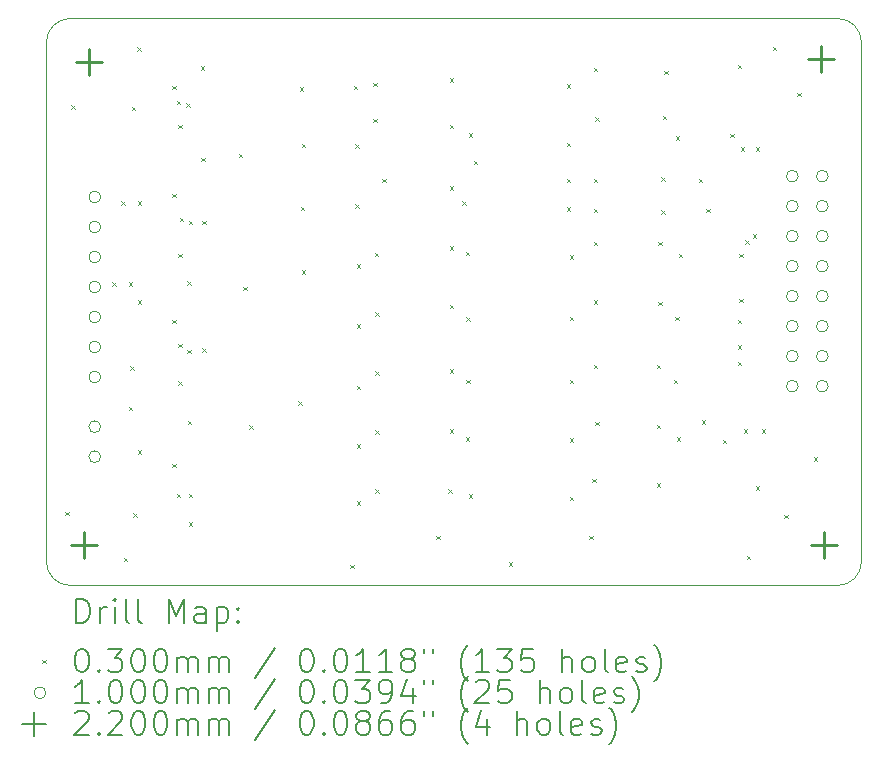
<source format=gbr>
%TF.GenerationSoftware,KiCad,Pcbnew,(6.0.8)*%
%TF.CreationDate,2022-11-25T09:52:49-06:00*%
%TF.ProjectId,photo_switching,70686f74-6f5f-4737-9769-746368696e67,rev?*%
%TF.SameCoordinates,Original*%
%TF.FileFunction,Drillmap*%
%TF.FilePolarity,Positive*%
%FSLAX45Y45*%
G04 Gerber Fmt 4.5, Leading zero omitted, Abs format (unit mm)*
G04 Created by KiCad (PCBNEW (6.0.8)) date 2022-11-25 09:52:49*
%MOMM*%
%LPD*%
G01*
G04 APERTURE LIST*
%ADD10C,0.100000*%
%ADD11C,0.200000*%
%ADD12C,0.030000*%
%ADD13C,0.220000*%
G04 APERTURE END LIST*
D10*
X15382800Y-6423200D02*
G75*
G03*
X15182800Y-6223200I-200000J0D01*
G01*
X15182800Y-6223200D02*
X8682800Y-6223200D01*
X15382800Y-10823200D02*
X15382800Y-6423200D01*
X8482800Y-10823200D02*
G75*
G03*
X8682800Y-11023200I200000J0D01*
G01*
X8682800Y-11023200D02*
X15182800Y-11023200D01*
X8482800Y-6423200D02*
X8482800Y-10823200D01*
X15182800Y-11023200D02*
G75*
G03*
X15382800Y-10823200I0J200000D01*
G01*
X8682800Y-6223200D02*
G75*
G03*
X8482800Y-6423200I0J-200000D01*
G01*
D11*
D12*
X8642800Y-10398200D02*
X8672800Y-10428200D01*
X8672800Y-10398200D02*
X8642800Y-10428200D01*
X8692800Y-6958200D02*
X8722800Y-6988200D01*
X8722800Y-6958200D02*
X8692800Y-6988200D01*
X9040100Y-8455900D02*
X9070100Y-8485900D01*
X9070100Y-8455900D02*
X9040100Y-8485900D01*
X9116300Y-7770100D02*
X9146300Y-7800100D01*
X9146300Y-7770100D02*
X9116300Y-7800100D01*
X9137800Y-10788200D02*
X9167800Y-10818200D01*
X9167800Y-10788200D02*
X9137800Y-10818200D01*
X9179800Y-8455900D02*
X9209800Y-8485900D01*
X9209800Y-8455900D02*
X9179800Y-8485900D01*
X9179800Y-9510000D02*
X9209800Y-9540000D01*
X9209800Y-9510000D02*
X9179800Y-9540000D01*
X9192500Y-9167100D02*
X9222500Y-9197100D01*
X9222500Y-9167100D02*
X9192500Y-9197100D01*
X9204770Y-6969570D02*
X9234770Y-6999570D01*
X9234770Y-6969570D02*
X9204770Y-6999570D01*
X9217900Y-10411700D02*
X9247900Y-10441700D01*
X9247900Y-10411700D02*
X9217900Y-10441700D01*
X9252800Y-6468200D02*
X9282800Y-6498200D01*
X9282800Y-6468200D02*
X9252800Y-6498200D01*
X9256000Y-7770100D02*
X9286000Y-7800100D01*
X9286000Y-7770100D02*
X9256000Y-7800100D01*
X9256000Y-8608300D02*
X9286000Y-8638300D01*
X9286000Y-8608300D02*
X9256000Y-8638300D01*
X9256000Y-9878300D02*
X9286000Y-9908300D01*
X9286000Y-9878300D02*
X9256000Y-9908300D01*
X9548100Y-6792200D02*
X9578100Y-6822200D01*
X9578100Y-6792200D02*
X9548100Y-6822200D01*
X9548100Y-7706600D02*
X9578100Y-7736600D01*
X9578100Y-7706600D02*
X9548100Y-7736600D01*
X9548100Y-8773400D02*
X9578100Y-8803400D01*
X9578100Y-8773400D02*
X9548100Y-8803400D01*
X9548100Y-9992600D02*
X9578100Y-10022600D01*
X9578100Y-9992600D02*
X9548100Y-10022600D01*
X9586200Y-6919200D02*
X9616200Y-6949200D01*
X9616200Y-6919200D02*
X9586200Y-6949200D01*
X9586200Y-10246600D02*
X9616200Y-10276600D01*
X9616200Y-10246600D02*
X9586200Y-10276600D01*
X9598900Y-7122400D02*
X9628900Y-7152400D01*
X9628900Y-7122400D02*
X9598900Y-7152400D01*
X9598900Y-8214600D02*
X9628900Y-8244600D01*
X9628900Y-8214600D02*
X9598900Y-8244600D01*
X9598900Y-8976600D02*
X9628900Y-9006600D01*
X9628900Y-8976600D02*
X9598900Y-9006600D01*
X9598900Y-9294100D02*
X9628900Y-9324100D01*
X9628900Y-9294100D02*
X9598900Y-9324100D01*
X9611600Y-7909800D02*
X9641600Y-7939800D01*
X9641600Y-7909800D02*
X9611600Y-7939800D01*
X9667800Y-6940470D02*
X9697800Y-6970470D01*
X9697800Y-6940470D02*
X9667800Y-6970470D01*
X9672800Y-8448200D02*
X9702800Y-8478200D01*
X9702800Y-8448200D02*
X9672800Y-8478200D01*
X9675100Y-9027400D02*
X9705100Y-9057400D01*
X9705100Y-9027400D02*
X9675100Y-9057400D01*
X9677800Y-9628200D02*
X9707800Y-9658200D01*
X9707800Y-9628200D02*
X9677800Y-9658200D01*
X9687800Y-7935200D02*
X9717800Y-7965200D01*
X9717800Y-7935200D02*
X9687800Y-7965200D01*
X9687800Y-10246600D02*
X9717800Y-10276600D01*
X9717800Y-10246600D02*
X9687800Y-10276600D01*
X9687800Y-10487900D02*
X9717800Y-10517900D01*
X9717800Y-10487900D02*
X9687800Y-10517900D01*
X9789400Y-6627100D02*
X9819400Y-6657100D01*
X9819400Y-6627100D02*
X9789400Y-6657100D01*
X9792800Y-7403200D02*
X9822800Y-7433200D01*
X9822800Y-7403200D02*
X9792800Y-7433200D01*
X9802100Y-7935200D02*
X9832100Y-7965200D01*
X9832100Y-7935200D02*
X9802100Y-7965200D01*
X9802100Y-9014700D02*
X9832100Y-9044700D01*
X9832100Y-9014700D02*
X9802100Y-9044700D01*
X10112800Y-7368200D02*
X10142800Y-7398200D01*
X10142800Y-7368200D02*
X10112800Y-7398200D01*
X10147800Y-8493200D02*
X10177800Y-8523200D01*
X10177800Y-8493200D02*
X10147800Y-8523200D01*
X10197800Y-9668200D02*
X10227800Y-9698200D01*
X10227800Y-9668200D02*
X10197800Y-9698200D01*
X10612800Y-9463200D02*
X10642800Y-9493200D01*
X10642800Y-9463200D02*
X10612800Y-9493200D01*
X10627800Y-6803200D02*
X10657800Y-6833200D01*
X10657800Y-6803200D02*
X10627800Y-6833200D01*
X10637800Y-7818200D02*
X10667800Y-7848200D01*
X10667800Y-7818200D02*
X10637800Y-7848200D01*
X10642800Y-7283200D02*
X10672800Y-7313200D01*
X10672800Y-7283200D02*
X10642800Y-7313200D01*
X10642800Y-8353200D02*
X10672800Y-8383200D01*
X10672800Y-8353200D02*
X10642800Y-8383200D01*
X11052800Y-10848200D02*
X11082800Y-10878200D01*
X11082800Y-10848200D02*
X11052800Y-10878200D01*
X11084800Y-6792200D02*
X11114800Y-6822200D01*
X11114800Y-6792200D02*
X11084800Y-6822200D01*
X11097500Y-7287500D02*
X11127500Y-7317500D01*
X11127500Y-7287500D02*
X11097500Y-7317500D01*
X11097500Y-7795500D02*
X11127500Y-7825500D01*
X11127500Y-7795500D02*
X11097500Y-7825500D01*
X11110200Y-8303500D02*
X11140200Y-8333500D01*
X11140200Y-8303500D02*
X11110200Y-8333500D01*
X11110200Y-8811500D02*
X11140200Y-8841500D01*
X11140200Y-8811500D02*
X11110200Y-8841500D01*
X11110200Y-9332200D02*
X11140200Y-9362200D01*
X11140200Y-9332200D02*
X11110200Y-9362200D01*
X11110200Y-9827500D02*
X11140200Y-9857500D01*
X11140200Y-9827500D02*
X11110200Y-9857500D01*
X11110200Y-10310100D02*
X11140200Y-10340100D01*
X11140200Y-10310100D02*
X11110200Y-10340100D01*
X11249900Y-6766800D02*
X11279900Y-6796800D01*
X11279900Y-6766800D02*
X11249900Y-6796800D01*
X11249900Y-7071600D02*
X11279900Y-7101600D01*
X11279900Y-7071600D02*
X11249900Y-7101600D01*
X11262600Y-8208200D02*
X11292600Y-8238200D01*
X11292600Y-8208200D02*
X11262600Y-8238200D01*
X11267800Y-8708200D02*
X11297800Y-8738200D01*
X11297800Y-8708200D02*
X11267800Y-8738200D01*
X11267800Y-9208200D02*
X11297800Y-9238200D01*
X11297800Y-9208200D02*
X11267800Y-9238200D01*
X11267800Y-9708200D02*
X11297800Y-9738200D01*
X11297800Y-9708200D02*
X11267800Y-9738200D01*
X11267800Y-10208200D02*
X11297800Y-10238200D01*
X11297800Y-10208200D02*
X11267800Y-10238200D01*
X11326100Y-7579600D02*
X11356100Y-7609600D01*
X11356100Y-7579600D02*
X11326100Y-7609600D01*
X11783300Y-10602200D02*
X11813300Y-10632200D01*
X11813300Y-10602200D02*
X11783300Y-10632200D01*
X11884900Y-10208200D02*
X11914900Y-10238200D01*
X11914900Y-10208200D02*
X11884900Y-10238200D01*
X11897600Y-6728700D02*
X11927600Y-6758700D01*
X11927600Y-6728700D02*
X11897600Y-6758700D01*
X11897600Y-7122400D02*
X11927600Y-7152400D01*
X11927600Y-7122400D02*
X11897600Y-7152400D01*
X11897600Y-7643100D02*
X11927600Y-7673100D01*
X11927600Y-7643100D02*
X11897600Y-7673100D01*
X11897600Y-8151100D02*
X11927600Y-8181100D01*
X11927600Y-8151100D02*
X11897600Y-8181100D01*
X11897600Y-8646400D02*
X11927600Y-8676400D01*
X11927600Y-8646400D02*
X11897600Y-8676400D01*
X11897600Y-9192500D02*
X11927600Y-9222500D01*
X11927600Y-9192500D02*
X11897600Y-9222500D01*
X11897600Y-9700500D02*
X11927600Y-9730500D01*
X11927600Y-9700500D02*
X11897600Y-9730500D01*
X12002800Y-7768200D02*
X12032800Y-7798200D01*
X12032800Y-7768200D02*
X12002800Y-7798200D01*
X12032800Y-8198200D02*
X12062800Y-8228200D01*
X12062800Y-8198200D02*
X12032800Y-8228200D01*
X12032800Y-9768200D02*
X12062800Y-9798200D01*
X12062800Y-9768200D02*
X12032800Y-9798200D01*
X12037800Y-8753200D02*
X12067800Y-8783200D01*
X12067800Y-8753200D02*
X12037800Y-8783200D01*
X12037800Y-9283200D02*
X12067800Y-9313200D01*
X12067800Y-9283200D02*
X12037800Y-9313200D01*
X12057800Y-7193200D02*
X12087800Y-7223200D01*
X12087800Y-7193200D02*
X12057800Y-7223200D01*
X12057800Y-10253200D02*
X12087800Y-10283200D01*
X12087800Y-10253200D02*
X12057800Y-10283200D01*
X12100800Y-7427200D02*
X12130800Y-7457200D01*
X12130800Y-7427200D02*
X12100800Y-7457200D01*
X12397800Y-10828200D02*
X12427800Y-10858200D01*
X12427800Y-10828200D02*
X12397800Y-10858200D01*
X12888200Y-6779500D02*
X12918200Y-6809500D01*
X12918200Y-6779500D02*
X12888200Y-6809500D01*
X12888200Y-7274800D02*
X12918200Y-7304800D01*
X12918200Y-7274800D02*
X12888200Y-7304800D01*
X12888200Y-7579600D02*
X12918200Y-7609600D01*
X12918200Y-7579600D02*
X12888200Y-7609600D01*
X12888200Y-7820900D02*
X12918200Y-7850900D01*
X12918200Y-7820900D02*
X12888200Y-7850900D01*
X12913600Y-8227300D02*
X12943600Y-8257300D01*
X12943600Y-8227300D02*
X12913600Y-8257300D01*
X12913600Y-8748000D02*
X12943600Y-8778000D01*
X12943600Y-8748000D02*
X12913600Y-8778000D01*
X12913600Y-9281400D02*
X12943600Y-9311400D01*
X12943600Y-9281400D02*
X12913600Y-9311400D01*
X12913600Y-9776700D02*
X12943600Y-9806700D01*
X12943600Y-9776700D02*
X12913600Y-9806700D01*
X12913600Y-10272000D02*
X12943600Y-10302000D01*
X12943600Y-10272000D02*
X12913600Y-10302000D01*
X13078700Y-10602200D02*
X13108700Y-10632200D01*
X13108700Y-10602200D02*
X13078700Y-10632200D01*
X13104100Y-10119600D02*
X13134100Y-10149600D01*
X13134100Y-10119600D02*
X13104100Y-10149600D01*
X13116800Y-6639800D02*
X13146800Y-6669800D01*
X13146800Y-6639800D02*
X13116800Y-6669800D01*
X13116800Y-7579600D02*
X13146800Y-7609600D01*
X13146800Y-7579600D02*
X13116800Y-7609600D01*
X13116800Y-7833600D02*
X13146800Y-7863600D01*
X13146800Y-7833600D02*
X13116800Y-7863600D01*
X13116800Y-8113000D02*
X13146800Y-8143000D01*
X13146800Y-8113000D02*
X13116800Y-8143000D01*
X13116800Y-8608300D02*
X13146800Y-8638300D01*
X13146800Y-8608300D02*
X13116800Y-8638300D01*
X13116800Y-9154400D02*
X13146800Y-9184400D01*
X13146800Y-9154400D02*
X13116800Y-9184400D01*
X13129500Y-7058900D02*
X13159500Y-7088900D01*
X13159500Y-7058900D02*
X13129500Y-7088900D01*
X13129500Y-9637000D02*
X13159500Y-9667000D01*
X13159500Y-9637000D02*
X13129500Y-9667000D01*
X13650200Y-9154400D02*
X13680200Y-9184400D01*
X13680200Y-9154400D02*
X13650200Y-9184400D01*
X13650200Y-9662400D02*
X13680200Y-9692400D01*
X13680200Y-9662400D02*
X13650200Y-9692400D01*
X13650200Y-10157700D02*
X13680200Y-10187700D01*
X13680200Y-10157700D02*
X13650200Y-10187700D01*
X13662900Y-8113000D02*
X13692900Y-8143000D01*
X13692900Y-8113000D02*
X13662900Y-8143000D01*
X13662900Y-8621000D02*
X13692900Y-8651000D01*
X13692900Y-8621000D02*
X13662900Y-8651000D01*
X13688300Y-7566900D02*
X13718300Y-7596900D01*
X13718300Y-7566900D02*
X13688300Y-7596900D01*
X13688300Y-7846300D02*
X13718300Y-7876300D01*
X13718300Y-7846300D02*
X13688300Y-7876300D01*
X13701000Y-7046200D02*
X13731000Y-7076200D01*
X13731000Y-7046200D02*
X13701000Y-7076200D01*
X13713700Y-6665200D02*
X13743700Y-6695200D01*
X13743700Y-6665200D02*
X13713700Y-6695200D01*
X13792800Y-9283200D02*
X13822800Y-9313200D01*
X13822800Y-9283200D02*
X13792800Y-9313200D01*
X13807800Y-8748200D02*
X13837800Y-8778200D01*
X13837800Y-8748200D02*
X13807800Y-8778200D01*
X13812800Y-7218200D02*
X13842800Y-7248200D01*
X13842800Y-7218200D02*
X13812800Y-7248200D01*
X13817800Y-9768200D02*
X13847800Y-9798200D01*
X13847800Y-9768200D02*
X13817800Y-9798200D01*
X13837800Y-8213200D02*
X13867800Y-8243200D01*
X13867800Y-8213200D02*
X13837800Y-8243200D01*
X14005800Y-7579600D02*
X14035800Y-7609600D01*
X14035800Y-7579600D02*
X14005800Y-7609600D01*
X14031200Y-9624300D02*
X14061200Y-9654300D01*
X14061200Y-9624300D02*
X14031200Y-9654300D01*
X14069300Y-7833600D02*
X14099300Y-7863600D01*
X14099300Y-7833600D02*
X14069300Y-7863600D01*
X14209000Y-9789400D02*
X14239000Y-9819400D01*
X14239000Y-9789400D02*
X14209000Y-9819400D01*
X14272500Y-7198600D02*
X14302500Y-7228600D01*
X14302500Y-7198600D02*
X14272500Y-7228600D01*
X14336000Y-6614400D02*
X14366000Y-6644400D01*
X14366000Y-6614400D02*
X14336000Y-6644400D01*
X14336000Y-8773400D02*
X14366000Y-8803400D01*
X14366000Y-8773400D02*
X14336000Y-8803400D01*
X14336000Y-8989300D02*
X14366000Y-9019300D01*
X14366000Y-8989300D02*
X14336000Y-9019300D01*
X14336000Y-9129000D02*
X14366000Y-9159000D01*
X14366000Y-9129000D02*
X14336000Y-9159000D01*
X14348700Y-8214600D02*
X14378700Y-8244600D01*
X14378700Y-8214600D02*
X14348700Y-8244600D01*
X14348700Y-8595600D02*
X14378700Y-8625600D01*
X14378700Y-8595600D02*
X14348700Y-8625600D01*
X14361400Y-7312900D02*
X14391400Y-7342900D01*
X14391400Y-7312900D02*
X14361400Y-7342900D01*
X14386800Y-9700500D02*
X14416800Y-9730500D01*
X14416800Y-9700500D02*
X14386800Y-9730500D01*
X14399500Y-8100300D02*
X14429500Y-8130300D01*
X14429500Y-8100300D02*
X14399500Y-8130300D01*
X14412800Y-10773200D02*
X14442800Y-10803200D01*
X14442800Y-10773200D02*
X14412800Y-10803200D01*
X14463000Y-8049500D02*
X14493000Y-8079500D01*
X14493000Y-8049500D02*
X14463000Y-8079500D01*
X14488400Y-7312900D02*
X14518400Y-7342900D01*
X14518400Y-7312900D02*
X14488400Y-7342900D01*
X14488400Y-10183100D02*
X14518400Y-10213100D01*
X14518400Y-10183100D02*
X14488400Y-10213100D01*
X14539200Y-9700500D02*
X14569200Y-9730500D01*
X14569200Y-9700500D02*
X14539200Y-9730500D01*
X14632800Y-6463200D02*
X14662800Y-6493200D01*
X14662800Y-6463200D02*
X14632800Y-6493200D01*
X14729700Y-10424400D02*
X14759700Y-10454400D01*
X14759700Y-10424400D02*
X14729700Y-10454400D01*
X14837800Y-6853200D02*
X14867800Y-6883200D01*
X14867800Y-6853200D02*
X14837800Y-6883200D01*
X14977800Y-9938200D02*
X15007800Y-9968200D01*
X15007800Y-9938200D02*
X14977800Y-9968200D01*
D10*
X8942500Y-7734300D02*
G75*
G03*
X8942500Y-7734300I-50000J0D01*
G01*
X8942500Y-7988300D02*
G75*
G03*
X8942500Y-7988300I-50000J0D01*
G01*
X8942500Y-8242300D02*
G75*
G03*
X8942500Y-8242300I-50000J0D01*
G01*
X8942500Y-8496300D02*
G75*
G03*
X8942500Y-8496300I-50000J0D01*
G01*
X8942500Y-8750300D02*
G75*
G03*
X8942500Y-8750300I-50000J0D01*
G01*
X8942500Y-9004300D02*
G75*
G03*
X8942500Y-9004300I-50000J0D01*
G01*
X8942500Y-9258300D02*
G75*
G03*
X8942500Y-9258300I-50000J0D01*
G01*
X8942500Y-9679400D02*
G75*
G03*
X8942500Y-9679400I-50000J0D01*
G01*
X8942500Y-9933400D02*
G75*
G03*
X8942500Y-9933400I-50000J0D01*
G01*
X14847500Y-7558000D02*
G75*
G03*
X14847500Y-7558000I-50000J0D01*
G01*
X14847500Y-7812000D02*
G75*
G03*
X14847500Y-7812000I-50000J0D01*
G01*
X14847500Y-8066000D02*
G75*
G03*
X14847500Y-8066000I-50000J0D01*
G01*
X14847500Y-8320000D02*
G75*
G03*
X14847500Y-8320000I-50000J0D01*
G01*
X14847500Y-8574000D02*
G75*
G03*
X14847500Y-8574000I-50000J0D01*
G01*
X14847500Y-8828000D02*
G75*
G03*
X14847500Y-8828000I-50000J0D01*
G01*
X14847500Y-9082000D02*
G75*
G03*
X14847500Y-9082000I-50000J0D01*
G01*
X14847500Y-9336000D02*
G75*
G03*
X14847500Y-9336000I-50000J0D01*
G01*
X15101500Y-7558000D02*
G75*
G03*
X15101500Y-7558000I-50000J0D01*
G01*
X15101500Y-7812000D02*
G75*
G03*
X15101500Y-7812000I-50000J0D01*
G01*
X15101500Y-8066000D02*
G75*
G03*
X15101500Y-8066000I-50000J0D01*
G01*
X15101500Y-8320000D02*
G75*
G03*
X15101500Y-8320000I-50000J0D01*
G01*
X15101500Y-8574000D02*
G75*
G03*
X15101500Y-8574000I-50000J0D01*
G01*
X15101500Y-8828000D02*
G75*
G03*
X15101500Y-8828000I-50000J0D01*
G01*
X15101500Y-9082000D02*
G75*
G03*
X15101500Y-9082000I-50000J0D01*
G01*
X15101500Y-9336000D02*
G75*
G03*
X15101500Y-9336000I-50000J0D01*
G01*
D13*
X8801100Y-10570700D02*
X8801100Y-10790700D01*
X8691100Y-10680700D02*
X8911100Y-10680700D01*
X8839200Y-6481300D02*
X8839200Y-6701300D01*
X8729200Y-6591300D02*
X8949200Y-6591300D01*
X15036800Y-6455900D02*
X15036800Y-6675900D01*
X14926800Y-6565900D02*
X15146800Y-6565900D01*
X15062200Y-10570700D02*
X15062200Y-10790700D01*
X14952200Y-10680700D02*
X15172200Y-10680700D01*
D11*
X8735419Y-11338676D02*
X8735419Y-11138676D01*
X8783038Y-11138676D01*
X8811610Y-11148200D01*
X8830657Y-11167248D01*
X8840181Y-11186295D01*
X8849705Y-11224390D01*
X8849705Y-11252962D01*
X8840181Y-11291057D01*
X8830657Y-11310105D01*
X8811610Y-11329152D01*
X8783038Y-11338676D01*
X8735419Y-11338676D01*
X8935419Y-11338676D02*
X8935419Y-11205343D01*
X8935419Y-11243438D02*
X8944943Y-11224390D01*
X8954467Y-11214867D01*
X8973514Y-11205343D01*
X8992562Y-11205343D01*
X9059229Y-11338676D02*
X9059229Y-11205343D01*
X9059229Y-11138676D02*
X9049705Y-11148200D01*
X9059229Y-11157724D01*
X9068752Y-11148200D01*
X9059229Y-11138676D01*
X9059229Y-11157724D01*
X9183038Y-11338676D02*
X9163990Y-11329152D01*
X9154467Y-11310105D01*
X9154467Y-11138676D01*
X9287800Y-11338676D02*
X9268752Y-11329152D01*
X9259229Y-11310105D01*
X9259229Y-11138676D01*
X9516371Y-11338676D02*
X9516371Y-11138676D01*
X9583038Y-11281533D01*
X9649705Y-11138676D01*
X9649705Y-11338676D01*
X9830657Y-11338676D02*
X9830657Y-11233914D01*
X9821133Y-11214867D01*
X9802086Y-11205343D01*
X9763990Y-11205343D01*
X9744943Y-11214867D01*
X9830657Y-11329152D02*
X9811610Y-11338676D01*
X9763990Y-11338676D01*
X9744943Y-11329152D01*
X9735419Y-11310105D01*
X9735419Y-11291057D01*
X9744943Y-11272009D01*
X9763990Y-11262486D01*
X9811610Y-11262486D01*
X9830657Y-11252962D01*
X9925895Y-11205343D02*
X9925895Y-11405343D01*
X9925895Y-11214867D02*
X9944943Y-11205343D01*
X9983038Y-11205343D01*
X10002086Y-11214867D01*
X10011610Y-11224390D01*
X10021133Y-11243438D01*
X10021133Y-11300581D01*
X10011610Y-11319628D01*
X10002086Y-11329152D01*
X9983038Y-11338676D01*
X9944943Y-11338676D01*
X9925895Y-11329152D01*
X10106848Y-11319628D02*
X10116371Y-11329152D01*
X10106848Y-11338676D01*
X10097324Y-11329152D01*
X10106848Y-11319628D01*
X10106848Y-11338676D01*
X10106848Y-11214867D02*
X10116371Y-11224390D01*
X10106848Y-11233914D01*
X10097324Y-11224390D01*
X10106848Y-11214867D01*
X10106848Y-11233914D01*
D12*
X8447800Y-11653200D02*
X8477800Y-11683200D01*
X8477800Y-11653200D02*
X8447800Y-11683200D01*
D11*
X8773514Y-11558676D02*
X8792562Y-11558676D01*
X8811610Y-11568200D01*
X8821133Y-11577724D01*
X8830657Y-11596771D01*
X8840181Y-11634867D01*
X8840181Y-11682486D01*
X8830657Y-11720581D01*
X8821133Y-11739628D01*
X8811610Y-11749152D01*
X8792562Y-11758676D01*
X8773514Y-11758676D01*
X8754467Y-11749152D01*
X8744943Y-11739628D01*
X8735419Y-11720581D01*
X8725895Y-11682486D01*
X8725895Y-11634867D01*
X8735419Y-11596771D01*
X8744943Y-11577724D01*
X8754467Y-11568200D01*
X8773514Y-11558676D01*
X8925895Y-11739628D02*
X8935419Y-11749152D01*
X8925895Y-11758676D01*
X8916371Y-11749152D01*
X8925895Y-11739628D01*
X8925895Y-11758676D01*
X9002086Y-11558676D02*
X9125895Y-11558676D01*
X9059229Y-11634867D01*
X9087800Y-11634867D01*
X9106848Y-11644390D01*
X9116371Y-11653914D01*
X9125895Y-11672962D01*
X9125895Y-11720581D01*
X9116371Y-11739628D01*
X9106848Y-11749152D01*
X9087800Y-11758676D01*
X9030657Y-11758676D01*
X9011610Y-11749152D01*
X9002086Y-11739628D01*
X9249705Y-11558676D02*
X9268752Y-11558676D01*
X9287800Y-11568200D01*
X9297324Y-11577724D01*
X9306848Y-11596771D01*
X9316371Y-11634867D01*
X9316371Y-11682486D01*
X9306848Y-11720581D01*
X9297324Y-11739628D01*
X9287800Y-11749152D01*
X9268752Y-11758676D01*
X9249705Y-11758676D01*
X9230657Y-11749152D01*
X9221133Y-11739628D01*
X9211610Y-11720581D01*
X9202086Y-11682486D01*
X9202086Y-11634867D01*
X9211610Y-11596771D01*
X9221133Y-11577724D01*
X9230657Y-11568200D01*
X9249705Y-11558676D01*
X9440181Y-11558676D02*
X9459229Y-11558676D01*
X9478276Y-11568200D01*
X9487800Y-11577724D01*
X9497324Y-11596771D01*
X9506848Y-11634867D01*
X9506848Y-11682486D01*
X9497324Y-11720581D01*
X9487800Y-11739628D01*
X9478276Y-11749152D01*
X9459229Y-11758676D01*
X9440181Y-11758676D01*
X9421133Y-11749152D01*
X9411610Y-11739628D01*
X9402086Y-11720581D01*
X9392562Y-11682486D01*
X9392562Y-11634867D01*
X9402086Y-11596771D01*
X9411610Y-11577724D01*
X9421133Y-11568200D01*
X9440181Y-11558676D01*
X9592562Y-11758676D02*
X9592562Y-11625343D01*
X9592562Y-11644390D02*
X9602086Y-11634867D01*
X9621133Y-11625343D01*
X9649705Y-11625343D01*
X9668752Y-11634867D01*
X9678276Y-11653914D01*
X9678276Y-11758676D01*
X9678276Y-11653914D02*
X9687800Y-11634867D01*
X9706848Y-11625343D01*
X9735419Y-11625343D01*
X9754467Y-11634867D01*
X9763990Y-11653914D01*
X9763990Y-11758676D01*
X9859229Y-11758676D02*
X9859229Y-11625343D01*
X9859229Y-11644390D02*
X9868752Y-11634867D01*
X9887800Y-11625343D01*
X9916371Y-11625343D01*
X9935419Y-11634867D01*
X9944943Y-11653914D01*
X9944943Y-11758676D01*
X9944943Y-11653914D02*
X9954467Y-11634867D01*
X9973514Y-11625343D01*
X10002086Y-11625343D01*
X10021133Y-11634867D01*
X10030657Y-11653914D01*
X10030657Y-11758676D01*
X10421133Y-11549152D02*
X10249705Y-11806295D01*
X10678276Y-11558676D02*
X10697324Y-11558676D01*
X10716371Y-11568200D01*
X10725895Y-11577724D01*
X10735419Y-11596771D01*
X10744943Y-11634867D01*
X10744943Y-11682486D01*
X10735419Y-11720581D01*
X10725895Y-11739628D01*
X10716371Y-11749152D01*
X10697324Y-11758676D01*
X10678276Y-11758676D01*
X10659229Y-11749152D01*
X10649705Y-11739628D01*
X10640181Y-11720581D01*
X10630657Y-11682486D01*
X10630657Y-11634867D01*
X10640181Y-11596771D01*
X10649705Y-11577724D01*
X10659229Y-11568200D01*
X10678276Y-11558676D01*
X10830657Y-11739628D02*
X10840181Y-11749152D01*
X10830657Y-11758676D01*
X10821133Y-11749152D01*
X10830657Y-11739628D01*
X10830657Y-11758676D01*
X10963990Y-11558676D02*
X10983038Y-11558676D01*
X11002086Y-11568200D01*
X11011610Y-11577724D01*
X11021133Y-11596771D01*
X11030657Y-11634867D01*
X11030657Y-11682486D01*
X11021133Y-11720581D01*
X11011610Y-11739628D01*
X11002086Y-11749152D01*
X10983038Y-11758676D01*
X10963990Y-11758676D01*
X10944943Y-11749152D01*
X10935419Y-11739628D01*
X10925895Y-11720581D01*
X10916371Y-11682486D01*
X10916371Y-11634867D01*
X10925895Y-11596771D01*
X10935419Y-11577724D01*
X10944943Y-11568200D01*
X10963990Y-11558676D01*
X11221133Y-11758676D02*
X11106848Y-11758676D01*
X11163990Y-11758676D02*
X11163990Y-11558676D01*
X11144943Y-11587248D01*
X11125895Y-11606295D01*
X11106848Y-11615819D01*
X11411609Y-11758676D02*
X11297324Y-11758676D01*
X11354467Y-11758676D02*
X11354467Y-11558676D01*
X11335419Y-11587248D01*
X11316371Y-11606295D01*
X11297324Y-11615819D01*
X11525895Y-11644390D02*
X11506848Y-11634867D01*
X11497324Y-11625343D01*
X11487800Y-11606295D01*
X11487800Y-11596771D01*
X11497324Y-11577724D01*
X11506848Y-11568200D01*
X11525895Y-11558676D01*
X11563990Y-11558676D01*
X11583038Y-11568200D01*
X11592562Y-11577724D01*
X11602086Y-11596771D01*
X11602086Y-11606295D01*
X11592562Y-11625343D01*
X11583038Y-11634867D01*
X11563990Y-11644390D01*
X11525895Y-11644390D01*
X11506848Y-11653914D01*
X11497324Y-11663438D01*
X11487800Y-11682486D01*
X11487800Y-11720581D01*
X11497324Y-11739628D01*
X11506848Y-11749152D01*
X11525895Y-11758676D01*
X11563990Y-11758676D01*
X11583038Y-11749152D01*
X11592562Y-11739628D01*
X11602086Y-11720581D01*
X11602086Y-11682486D01*
X11592562Y-11663438D01*
X11583038Y-11653914D01*
X11563990Y-11644390D01*
X11678276Y-11558676D02*
X11678276Y-11596771D01*
X11754467Y-11558676D02*
X11754467Y-11596771D01*
X12049705Y-11834867D02*
X12040181Y-11825343D01*
X12021133Y-11796771D01*
X12011609Y-11777724D01*
X12002086Y-11749152D01*
X11992562Y-11701533D01*
X11992562Y-11663438D01*
X12002086Y-11615819D01*
X12011609Y-11587248D01*
X12021133Y-11568200D01*
X12040181Y-11539628D01*
X12049705Y-11530105D01*
X12230657Y-11758676D02*
X12116371Y-11758676D01*
X12173514Y-11758676D02*
X12173514Y-11558676D01*
X12154467Y-11587248D01*
X12135419Y-11606295D01*
X12116371Y-11615819D01*
X12297324Y-11558676D02*
X12421133Y-11558676D01*
X12354467Y-11634867D01*
X12383038Y-11634867D01*
X12402086Y-11644390D01*
X12411609Y-11653914D01*
X12421133Y-11672962D01*
X12421133Y-11720581D01*
X12411609Y-11739628D01*
X12402086Y-11749152D01*
X12383038Y-11758676D01*
X12325895Y-11758676D01*
X12306848Y-11749152D01*
X12297324Y-11739628D01*
X12602086Y-11558676D02*
X12506848Y-11558676D01*
X12497324Y-11653914D01*
X12506848Y-11644390D01*
X12525895Y-11634867D01*
X12573514Y-11634867D01*
X12592562Y-11644390D01*
X12602086Y-11653914D01*
X12611609Y-11672962D01*
X12611609Y-11720581D01*
X12602086Y-11739628D01*
X12592562Y-11749152D01*
X12573514Y-11758676D01*
X12525895Y-11758676D01*
X12506848Y-11749152D01*
X12497324Y-11739628D01*
X12849705Y-11758676D02*
X12849705Y-11558676D01*
X12935419Y-11758676D02*
X12935419Y-11653914D01*
X12925895Y-11634867D01*
X12906848Y-11625343D01*
X12878276Y-11625343D01*
X12859228Y-11634867D01*
X12849705Y-11644390D01*
X13059228Y-11758676D02*
X13040181Y-11749152D01*
X13030657Y-11739628D01*
X13021133Y-11720581D01*
X13021133Y-11663438D01*
X13030657Y-11644390D01*
X13040181Y-11634867D01*
X13059228Y-11625343D01*
X13087800Y-11625343D01*
X13106848Y-11634867D01*
X13116371Y-11644390D01*
X13125895Y-11663438D01*
X13125895Y-11720581D01*
X13116371Y-11739628D01*
X13106848Y-11749152D01*
X13087800Y-11758676D01*
X13059228Y-11758676D01*
X13240181Y-11758676D02*
X13221133Y-11749152D01*
X13211609Y-11730105D01*
X13211609Y-11558676D01*
X13392562Y-11749152D02*
X13373514Y-11758676D01*
X13335419Y-11758676D01*
X13316371Y-11749152D01*
X13306848Y-11730105D01*
X13306848Y-11653914D01*
X13316371Y-11634867D01*
X13335419Y-11625343D01*
X13373514Y-11625343D01*
X13392562Y-11634867D01*
X13402086Y-11653914D01*
X13402086Y-11672962D01*
X13306848Y-11692009D01*
X13478276Y-11749152D02*
X13497324Y-11758676D01*
X13535419Y-11758676D01*
X13554467Y-11749152D01*
X13563990Y-11730105D01*
X13563990Y-11720581D01*
X13554467Y-11701533D01*
X13535419Y-11692009D01*
X13506848Y-11692009D01*
X13487800Y-11682486D01*
X13478276Y-11663438D01*
X13478276Y-11653914D01*
X13487800Y-11634867D01*
X13506848Y-11625343D01*
X13535419Y-11625343D01*
X13554467Y-11634867D01*
X13630657Y-11834867D02*
X13640181Y-11825343D01*
X13659228Y-11796771D01*
X13668752Y-11777724D01*
X13678276Y-11749152D01*
X13687800Y-11701533D01*
X13687800Y-11663438D01*
X13678276Y-11615819D01*
X13668752Y-11587248D01*
X13659228Y-11568200D01*
X13640181Y-11539628D01*
X13630657Y-11530105D01*
D10*
X8477800Y-11932200D02*
G75*
G03*
X8477800Y-11932200I-50000J0D01*
G01*
D11*
X8840181Y-12022676D02*
X8725895Y-12022676D01*
X8783038Y-12022676D02*
X8783038Y-11822676D01*
X8763990Y-11851248D01*
X8744943Y-11870295D01*
X8725895Y-11879819D01*
X8925895Y-12003628D02*
X8935419Y-12013152D01*
X8925895Y-12022676D01*
X8916371Y-12013152D01*
X8925895Y-12003628D01*
X8925895Y-12022676D01*
X9059229Y-11822676D02*
X9078276Y-11822676D01*
X9097324Y-11832200D01*
X9106848Y-11841724D01*
X9116371Y-11860771D01*
X9125895Y-11898867D01*
X9125895Y-11946486D01*
X9116371Y-11984581D01*
X9106848Y-12003628D01*
X9097324Y-12013152D01*
X9078276Y-12022676D01*
X9059229Y-12022676D01*
X9040181Y-12013152D01*
X9030657Y-12003628D01*
X9021133Y-11984581D01*
X9011610Y-11946486D01*
X9011610Y-11898867D01*
X9021133Y-11860771D01*
X9030657Y-11841724D01*
X9040181Y-11832200D01*
X9059229Y-11822676D01*
X9249705Y-11822676D02*
X9268752Y-11822676D01*
X9287800Y-11832200D01*
X9297324Y-11841724D01*
X9306848Y-11860771D01*
X9316371Y-11898867D01*
X9316371Y-11946486D01*
X9306848Y-11984581D01*
X9297324Y-12003628D01*
X9287800Y-12013152D01*
X9268752Y-12022676D01*
X9249705Y-12022676D01*
X9230657Y-12013152D01*
X9221133Y-12003628D01*
X9211610Y-11984581D01*
X9202086Y-11946486D01*
X9202086Y-11898867D01*
X9211610Y-11860771D01*
X9221133Y-11841724D01*
X9230657Y-11832200D01*
X9249705Y-11822676D01*
X9440181Y-11822676D02*
X9459229Y-11822676D01*
X9478276Y-11832200D01*
X9487800Y-11841724D01*
X9497324Y-11860771D01*
X9506848Y-11898867D01*
X9506848Y-11946486D01*
X9497324Y-11984581D01*
X9487800Y-12003628D01*
X9478276Y-12013152D01*
X9459229Y-12022676D01*
X9440181Y-12022676D01*
X9421133Y-12013152D01*
X9411610Y-12003628D01*
X9402086Y-11984581D01*
X9392562Y-11946486D01*
X9392562Y-11898867D01*
X9402086Y-11860771D01*
X9411610Y-11841724D01*
X9421133Y-11832200D01*
X9440181Y-11822676D01*
X9592562Y-12022676D02*
X9592562Y-11889343D01*
X9592562Y-11908390D02*
X9602086Y-11898867D01*
X9621133Y-11889343D01*
X9649705Y-11889343D01*
X9668752Y-11898867D01*
X9678276Y-11917914D01*
X9678276Y-12022676D01*
X9678276Y-11917914D02*
X9687800Y-11898867D01*
X9706848Y-11889343D01*
X9735419Y-11889343D01*
X9754467Y-11898867D01*
X9763990Y-11917914D01*
X9763990Y-12022676D01*
X9859229Y-12022676D02*
X9859229Y-11889343D01*
X9859229Y-11908390D02*
X9868752Y-11898867D01*
X9887800Y-11889343D01*
X9916371Y-11889343D01*
X9935419Y-11898867D01*
X9944943Y-11917914D01*
X9944943Y-12022676D01*
X9944943Y-11917914D02*
X9954467Y-11898867D01*
X9973514Y-11889343D01*
X10002086Y-11889343D01*
X10021133Y-11898867D01*
X10030657Y-11917914D01*
X10030657Y-12022676D01*
X10421133Y-11813152D02*
X10249705Y-12070295D01*
X10678276Y-11822676D02*
X10697324Y-11822676D01*
X10716371Y-11832200D01*
X10725895Y-11841724D01*
X10735419Y-11860771D01*
X10744943Y-11898867D01*
X10744943Y-11946486D01*
X10735419Y-11984581D01*
X10725895Y-12003628D01*
X10716371Y-12013152D01*
X10697324Y-12022676D01*
X10678276Y-12022676D01*
X10659229Y-12013152D01*
X10649705Y-12003628D01*
X10640181Y-11984581D01*
X10630657Y-11946486D01*
X10630657Y-11898867D01*
X10640181Y-11860771D01*
X10649705Y-11841724D01*
X10659229Y-11832200D01*
X10678276Y-11822676D01*
X10830657Y-12003628D02*
X10840181Y-12013152D01*
X10830657Y-12022676D01*
X10821133Y-12013152D01*
X10830657Y-12003628D01*
X10830657Y-12022676D01*
X10963990Y-11822676D02*
X10983038Y-11822676D01*
X11002086Y-11832200D01*
X11011610Y-11841724D01*
X11021133Y-11860771D01*
X11030657Y-11898867D01*
X11030657Y-11946486D01*
X11021133Y-11984581D01*
X11011610Y-12003628D01*
X11002086Y-12013152D01*
X10983038Y-12022676D01*
X10963990Y-12022676D01*
X10944943Y-12013152D01*
X10935419Y-12003628D01*
X10925895Y-11984581D01*
X10916371Y-11946486D01*
X10916371Y-11898867D01*
X10925895Y-11860771D01*
X10935419Y-11841724D01*
X10944943Y-11832200D01*
X10963990Y-11822676D01*
X11097324Y-11822676D02*
X11221133Y-11822676D01*
X11154467Y-11898867D01*
X11183038Y-11898867D01*
X11202086Y-11908390D01*
X11211609Y-11917914D01*
X11221133Y-11936962D01*
X11221133Y-11984581D01*
X11211609Y-12003628D01*
X11202086Y-12013152D01*
X11183038Y-12022676D01*
X11125895Y-12022676D01*
X11106848Y-12013152D01*
X11097324Y-12003628D01*
X11316371Y-12022676D02*
X11354467Y-12022676D01*
X11373514Y-12013152D01*
X11383038Y-12003628D01*
X11402086Y-11975057D01*
X11411609Y-11936962D01*
X11411609Y-11860771D01*
X11402086Y-11841724D01*
X11392562Y-11832200D01*
X11373514Y-11822676D01*
X11335419Y-11822676D01*
X11316371Y-11832200D01*
X11306848Y-11841724D01*
X11297324Y-11860771D01*
X11297324Y-11908390D01*
X11306848Y-11927438D01*
X11316371Y-11936962D01*
X11335419Y-11946486D01*
X11373514Y-11946486D01*
X11392562Y-11936962D01*
X11402086Y-11927438D01*
X11411609Y-11908390D01*
X11583038Y-11889343D02*
X11583038Y-12022676D01*
X11535419Y-11813152D02*
X11487800Y-11956009D01*
X11611609Y-11956009D01*
X11678276Y-11822676D02*
X11678276Y-11860771D01*
X11754467Y-11822676D02*
X11754467Y-11860771D01*
X12049705Y-12098867D02*
X12040181Y-12089343D01*
X12021133Y-12060771D01*
X12011609Y-12041724D01*
X12002086Y-12013152D01*
X11992562Y-11965533D01*
X11992562Y-11927438D01*
X12002086Y-11879819D01*
X12011609Y-11851248D01*
X12021133Y-11832200D01*
X12040181Y-11803628D01*
X12049705Y-11794105D01*
X12116371Y-11841724D02*
X12125895Y-11832200D01*
X12144943Y-11822676D01*
X12192562Y-11822676D01*
X12211609Y-11832200D01*
X12221133Y-11841724D01*
X12230657Y-11860771D01*
X12230657Y-11879819D01*
X12221133Y-11908390D01*
X12106848Y-12022676D01*
X12230657Y-12022676D01*
X12411609Y-11822676D02*
X12316371Y-11822676D01*
X12306848Y-11917914D01*
X12316371Y-11908390D01*
X12335419Y-11898867D01*
X12383038Y-11898867D01*
X12402086Y-11908390D01*
X12411609Y-11917914D01*
X12421133Y-11936962D01*
X12421133Y-11984581D01*
X12411609Y-12003628D01*
X12402086Y-12013152D01*
X12383038Y-12022676D01*
X12335419Y-12022676D01*
X12316371Y-12013152D01*
X12306848Y-12003628D01*
X12659228Y-12022676D02*
X12659228Y-11822676D01*
X12744943Y-12022676D02*
X12744943Y-11917914D01*
X12735419Y-11898867D01*
X12716371Y-11889343D01*
X12687800Y-11889343D01*
X12668752Y-11898867D01*
X12659228Y-11908390D01*
X12868752Y-12022676D02*
X12849705Y-12013152D01*
X12840181Y-12003628D01*
X12830657Y-11984581D01*
X12830657Y-11927438D01*
X12840181Y-11908390D01*
X12849705Y-11898867D01*
X12868752Y-11889343D01*
X12897324Y-11889343D01*
X12916371Y-11898867D01*
X12925895Y-11908390D01*
X12935419Y-11927438D01*
X12935419Y-11984581D01*
X12925895Y-12003628D01*
X12916371Y-12013152D01*
X12897324Y-12022676D01*
X12868752Y-12022676D01*
X13049705Y-12022676D02*
X13030657Y-12013152D01*
X13021133Y-11994105D01*
X13021133Y-11822676D01*
X13202086Y-12013152D02*
X13183038Y-12022676D01*
X13144943Y-12022676D01*
X13125895Y-12013152D01*
X13116371Y-11994105D01*
X13116371Y-11917914D01*
X13125895Y-11898867D01*
X13144943Y-11889343D01*
X13183038Y-11889343D01*
X13202086Y-11898867D01*
X13211609Y-11917914D01*
X13211609Y-11936962D01*
X13116371Y-11956009D01*
X13287800Y-12013152D02*
X13306848Y-12022676D01*
X13344943Y-12022676D01*
X13363990Y-12013152D01*
X13373514Y-11994105D01*
X13373514Y-11984581D01*
X13363990Y-11965533D01*
X13344943Y-11956009D01*
X13316371Y-11956009D01*
X13297324Y-11946486D01*
X13287800Y-11927438D01*
X13287800Y-11917914D01*
X13297324Y-11898867D01*
X13316371Y-11889343D01*
X13344943Y-11889343D01*
X13363990Y-11898867D01*
X13440181Y-12098867D02*
X13449705Y-12089343D01*
X13468752Y-12060771D01*
X13478276Y-12041724D01*
X13487800Y-12013152D01*
X13497324Y-11965533D01*
X13497324Y-11927438D01*
X13487800Y-11879819D01*
X13478276Y-11851248D01*
X13468752Y-11832200D01*
X13449705Y-11803628D01*
X13440181Y-11794105D01*
X8377800Y-12096200D02*
X8377800Y-12296200D01*
X8277800Y-12196200D02*
X8477800Y-12196200D01*
X8725895Y-12105724D02*
X8735419Y-12096200D01*
X8754467Y-12086676D01*
X8802086Y-12086676D01*
X8821133Y-12096200D01*
X8830657Y-12105724D01*
X8840181Y-12124771D01*
X8840181Y-12143819D01*
X8830657Y-12172390D01*
X8716371Y-12286676D01*
X8840181Y-12286676D01*
X8925895Y-12267628D02*
X8935419Y-12277152D01*
X8925895Y-12286676D01*
X8916371Y-12277152D01*
X8925895Y-12267628D01*
X8925895Y-12286676D01*
X9011610Y-12105724D02*
X9021133Y-12096200D01*
X9040181Y-12086676D01*
X9087800Y-12086676D01*
X9106848Y-12096200D01*
X9116371Y-12105724D01*
X9125895Y-12124771D01*
X9125895Y-12143819D01*
X9116371Y-12172390D01*
X9002086Y-12286676D01*
X9125895Y-12286676D01*
X9249705Y-12086676D02*
X9268752Y-12086676D01*
X9287800Y-12096200D01*
X9297324Y-12105724D01*
X9306848Y-12124771D01*
X9316371Y-12162867D01*
X9316371Y-12210486D01*
X9306848Y-12248581D01*
X9297324Y-12267628D01*
X9287800Y-12277152D01*
X9268752Y-12286676D01*
X9249705Y-12286676D01*
X9230657Y-12277152D01*
X9221133Y-12267628D01*
X9211610Y-12248581D01*
X9202086Y-12210486D01*
X9202086Y-12162867D01*
X9211610Y-12124771D01*
X9221133Y-12105724D01*
X9230657Y-12096200D01*
X9249705Y-12086676D01*
X9440181Y-12086676D02*
X9459229Y-12086676D01*
X9478276Y-12096200D01*
X9487800Y-12105724D01*
X9497324Y-12124771D01*
X9506848Y-12162867D01*
X9506848Y-12210486D01*
X9497324Y-12248581D01*
X9487800Y-12267628D01*
X9478276Y-12277152D01*
X9459229Y-12286676D01*
X9440181Y-12286676D01*
X9421133Y-12277152D01*
X9411610Y-12267628D01*
X9402086Y-12248581D01*
X9392562Y-12210486D01*
X9392562Y-12162867D01*
X9402086Y-12124771D01*
X9411610Y-12105724D01*
X9421133Y-12096200D01*
X9440181Y-12086676D01*
X9592562Y-12286676D02*
X9592562Y-12153343D01*
X9592562Y-12172390D02*
X9602086Y-12162867D01*
X9621133Y-12153343D01*
X9649705Y-12153343D01*
X9668752Y-12162867D01*
X9678276Y-12181914D01*
X9678276Y-12286676D01*
X9678276Y-12181914D02*
X9687800Y-12162867D01*
X9706848Y-12153343D01*
X9735419Y-12153343D01*
X9754467Y-12162867D01*
X9763990Y-12181914D01*
X9763990Y-12286676D01*
X9859229Y-12286676D02*
X9859229Y-12153343D01*
X9859229Y-12172390D02*
X9868752Y-12162867D01*
X9887800Y-12153343D01*
X9916371Y-12153343D01*
X9935419Y-12162867D01*
X9944943Y-12181914D01*
X9944943Y-12286676D01*
X9944943Y-12181914D02*
X9954467Y-12162867D01*
X9973514Y-12153343D01*
X10002086Y-12153343D01*
X10021133Y-12162867D01*
X10030657Y-12181914D01*
X10030657Y-12286676D01*
X10421133Y-12077152D02*
X10249705Y-12334295D01*
X10678276Y-12086676D02*
X10697324Y-12086676D01*
X10716371Y-12096200D01*
X10725895Y-12105724D01*
X10735419Y-12124771D01*
X10744943Y-12162867D01*
X10744943Y-12210486D01*
X10735419Y-12248581D01*
X10725895Y-12267628D01*
X10716371Y-12277152D01*
X10697324Y-12286676D01*
X10678276Y-12286676D01*
X10659229Y-12277152D01*
X10649705Y-12267628D01*
X10640181Y-12248581D01*
X10630657Y-12210486D01*
X10630657Y-12162867D01*
X10640181Y-12124771D01*
X10649705Y-12105724D01*
X10659229Y-12096200D01*
X10678276Y-12086676D01*
X10830657Y-12267628D02*
X10840181Y-12277152D01*
X10830657Y-12286676D01*
X10821133Y-12277152D01*
X10830657Y-12267628D01*
X10830657Y-12286676D01*
X10963990Y-12086676D02*
X10983038Y-12086676D01*
X11002086Y-12096200D01*
X11011610Y-12105724D01*
X11021133Y-12124771D01*
X11030657Y-12162867D01*
X11030657Y-12210486D01*
X11021133Y-12248581D01*
X11011610Y-12267628D01*
X11002086Y-12277152D01*
X10983038Y-12286676D01*
X10963990Y-12286676D01*
X10944943Y-12277152D01*
X10935419Y-12267628D01*
X10925895Y-12248581D01*
X10916371Y-12210486D01*
X10916371Y-12162867D01*
X10925895Y-12124771D01*
X10935419Y-12105724D01*
X10944943Y-12096200D01*
X10963990Y-12086676D01*
X11144943Y-12172390D02*
X11125895Y-12162867D01*
X11116371Y-12153343D01*
X11106848Y-12134295D01*
X11106848Y-12124771D01*
X11116371Y-12105724D01*
X11125895Y-12096200D01*
X11144943Y-12086676D01*
X11183038Y-12086676D01*
X11202086Y-12096200D01*
X11211609Y-12105724D01*
X11221133Y-12124771D01*
X11221133Y-12134295D01*
X11211609Y-12153343D01*
X11202086Y-12162867D01*
X11183038Y-12172390D01*
X11144943Y-12172390D01*
X11125895Y-12181914D01*
X11116371Y-12191438D01*
X11106848Y-12210486D01*
X11106848Y-12248581D01*
X11116371Y-12267628D01*
X11125895Y-12277152D01*
X11144943Y-12286676D01*
X11183038Y-12286676D01*
X11202086Y-12277152D01*
X11211609Y-12267628D01*
X11221133Y-12248581D01*
X11221133Y-12210486D01*
X11211609Y-12191438D01*
X11202086Y-12181914D01*
X11183038Y-12172390D01*
X11392562Y-12086676D02*
X11354467Y-12086676D01*
X11335419Y-12096200D01*
X11325895Y-12105724D01*
X11306848Y-12134295D01*
X11297324Y-12172390D01*
X11297324Y-12248581D01*
X11306848Y-12267628D01*
X11316371Y-12277152D01*
X11335419Y-12286676D01*
X11373514Y-12286676D01*
X11392562Y-12277152D01*
X11402086Y-12267628D01*
X11411609Y-12248581D01*
X11411609Y-12200962D01*
X11402086Y-12181914D01*
X11392562Y-12172390D01*
X11373514Y-12162867D01*
X11335419Y-12162867D01*
X11316371Y-12172390D01*
X11306848Y-12181914D01*
X11297324Y-12200962D01*
X11583038Y-12086676D02*
X11544943Y-12086676D01*
X11525895Y-12096200D01*
X11516371Y-12105724D01*
X11497324Y-12134295D01*
X11487800Y-12172390D01*
X11487800Y-12248581D01*
X11497324Y-12267628D01*
X11506848Y-12277152D01*
X11525895Y-12286676D01*
X11563990Y-12286676D01*
X11583038Y-12277152D01*
X11592562Y-12267628D01*
X11602086Y-12248581D01*
X11602086Y-12200962D01*
X11592562Y-12181914D01*
X11583038Y-12172390D01*
X11563990Y-12162867D01*
X11525895Y-12162867D01*
X11506848Y-12172390D01*
X11497324Y-12181914D01*
X11487800Y-12200962D01*
X11678276Y-12086676D02*
X11678276Y-12124771D01*
X11754467Y-12086676D02*
X11754467Y-12124771D01*
X12049705Y-12362867D02*
X12040181Y-12353343D01*
X12021133Y-12324771D01*
X12011609Y-12305724D01*
X12002086Y-12277152D01*
X11992562Y-12229533D01*
X11992562Y-12191438D01*
X12002086Y-12143819D01*
X12011609Y-12115248D01*
X12021133Y-12096200D01*
X12040181Y-12067628D01*
X12049705Y-12058105D01*
X12211609Y-12153343D02*
X12211609Y-12286676D01*
X12163990Y-12077152D02*
X12116371Y-12220009D01*
X12240181Y-12220009D01*
X12468752Y-12286676D02*
X12468752Y-12086676D01*
X12554467Y-12286676D02*
X12554467Y-12181914D01*
X12544943Y-12162867D01*
X12525895Y-12153343D01*
X12497324Y-12153343D01*
X12478276Y-12162867D01*
X12468752Y-12172390D01*
X12678276Y-12286676D02*
X12659228Y-12277152D01*
X12649705Y-12267628D01*
X12640181Y-12248581D01*
X12640181Y-12191438D01*
X12649705Y-12172390D01*
X12659228Y-12162867D01*
X12678276Y-12153343D01*
X12706848Y-12153343D01*
X12725895Y-12162867D01*
X12735419Y-12172390D01*
X12744943Y-12191438D01*
X12744943Y-12248581D01*
X12735419Y-12267628D01*
X12725895Y-12277152D01*
X12706848Y-12286676D01*
X12678276Y-12286676D01*
X12859228Y-12286676D02*
X12840181Y-12277152D01*
X12830657Y-12258105D01*
X12830657Y-12086676D01*
X13011609Y-12277152D02*
X12992562Y-12286676D01*
X12954467Y-12286676D01*
X12935419Y-12277152D01*
X12925895Y-12258105D01*
X12925895Y-12181914D01*
X12935419Y-12162867D01*
X12954467Y-12153343D01*
X12992562Y-12153343D01*
X13011609Y-12162867D01*
X13021133Y-12181914D01*
X13021133Y-12200962D01*
X12925895Y-12220009D01*
X13097324Y-12277152D02*
X13116371Y-12286676D01*
X13154467Y-12286676D01*
X13173514Y-12277152D01*
X13183038Y-12258105D01*
X13183038Y-12248581D01*
X13173514Y-12229533D01*
X13154467Y-12220009D01*
X13125895Y-12220009D01*
X13106848Y-12210486D01*
X13097324Y-12191438D01*
X13097324Y-12181914D01*
X13106848Y-12162867D01*
X13125895Y-12153343D01*
X13154467Y-12153343D01*
X13173514Y-12162867D01*
X13249705Y-12362867D02*
X13259228Y-12353343D01*
X13278276Y-12324771D01*
X13287800Y-12305724D01*
X13297324Y-12277152D01*
X13306848Y-12229533D01*
X13306848Y-12191438D01*
X13297324Y-12143819D01*
X13287800Y-12115248D01*
X13278276Y-12096200D01*
X13259228Y-12067628D01*
X13249705Y-12058105D01*
M02*

</source>
